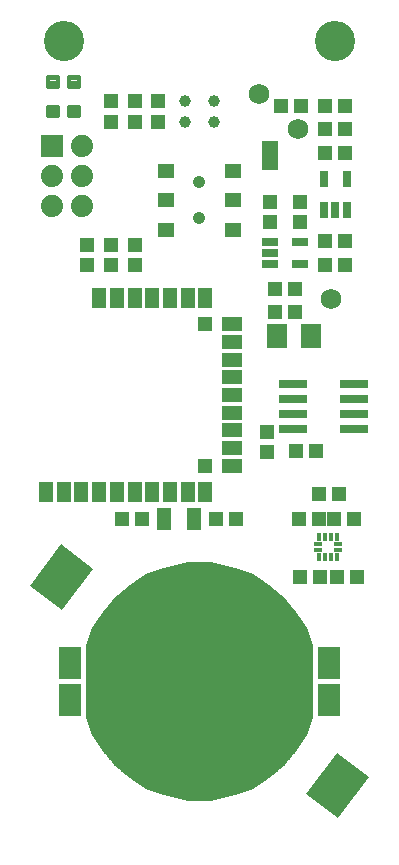
<source format=gbr>
G75*
%MOIN*%
%OFA0B0*%
%FSLAX25Y25*%
%IPPOS*%
%LPD*%
%AMOC8*
5,1,8,0,0,1.08239X$1,22.5*
%
%ADD10C,0.13398*%
%ADD11C,0.01421*%
%ADD12R,0.05131X0.04737*%
%ADD13R,0.07800X0.10800*%
%ADD14C,0.32296*%
%ADD15C,0.00500*%
%ADD16R,0.07099X0.07887*%
%ADD17R,0.04737X0.05131*%
%ADD18R,0.05524X0.02965*%
%ADD19R,0.05131X0.07493*%
%ADD20R,0.05800X0.03300*%
%ADD21R,0.04737X0.06706*%
%ADD22R,0.06706X0.04737*%
%ADD23R,0.04737X0.04737*%
%ADD24R,0.02965X0.05524*%
%ADD25C,0.03950*%
%ADD26R,0.07400X0.07400*%
%ADD27C,0.07400*%
%ADD28C,0.06800*%
%ADD29R,0.13398X0.17335*%
%ADD30R,0.09461X0.03162*%
%ADD31R,0.05328X0.04737*%
%ADD32C,0.04146*%
%ADD33R,0.01784X0.02769*%
%ADD34R,0.02769X0.01784*%
D10*
X0013780Y0261811D03*
X0104331Y0261811D03*
D11*
X0011985Y0239847D02*
X0011985Y0236531D01*
X0008669Y0236531D01*
X0008669Y0239847D01*
X0011985Y0239847D01*
X0011985Y0237951D02*
X0008669Y0237951D01*
X0008669Y0239371D02*
X0011985Y0239371D01*
X0018890Y0239847D02*
X0018890Y0236531D01*
X0015574Y0236531D01*
X0015574Y0239847D01*
X0018890Y0239847D01*
X0018890Y0237951D02*
X0015574Y0237951D01*
X0015574Y0239371D02*
X0018890Y0239371D01*
X0011985Y0249689D02*
X0011985Y0246373D01*
X0008669Y0246373D01*
X0008669Y0249689D01*
X0011985Y0249689D01*
X0011985Y0247793D02*
X0008669Y0247793D01*
X0008669Y0249213D02*
X0011985Y0249213D01*
X0018890Y0249689D02*
X0018890Y0246373D01*
X0015574Y0246373D01*
X0015574Y0249689D01*
X0018890Y0249689D01*
X0018890Y0247793D02*
X0015574Y0247793D01*
X0015574Y0249213D02*
X0018890Y0249213D01*
D12*
X0029528Y0241535D03*
X0029528Y0234843D03*
X0037402Y0241535D03*
X0037402Y0234843D03*
X0107677Y0232283D03*
X0100984Y0232283D03*
X0091142Y0125000D03*
X0097835Y0125000D03*
X0039764Y0102362D03*
X0033071Y0102362D03*
X0064567Y0102362D03*
X0071260Y0102362D03*
X0084252Y0179134D03*
X0090945Y0179134D03*
X0086220Y0240157D03*
X0092913Y0240157D03*
X0021654Y0187106D03*
X0021654Y0193799D03*
X0084252Y0171260D03*
X0090945Y0171260D03*
X0037402Y0187106D03*
X0037402Y0193799D03*
X0103937Y0102362D03*
X0110630Y0102362D03*
X0099016Y0110728D03*
X0105709Y0110728D03*
X0098819Y0102362D03*
X0092126Y0102362D03*
D13*
X0015748Y0054331D03*
X0102362Y0054331D03*
X0015748Y0042126D03*
X0102362Y0042126D03*
D14*
X0059055Y0048228D03*
D15*
X0059055Y0087598D02*
X0055118Y0087598D01*
X0047244Y0085630D01*
X0041339Y0083661D01*
X0035433Y0079724D01*
X0031102Y0076181D01*
X0027559Y0071850D01*
X0023622Y0065945D01*
X0021654Y0060039D01*
X0021654Y0048228D01*
X0059055Y0048228D01*
X0059055Y0087598D01*
X0059055Y0048356D02*
X0021654Y0048356D01*
X0021654Y0048854D02*
X0059055Y0048854D01*
X0059055Y0049353D02*
X0021654Y0049353D01*
X0021654Y0049851D02*
X0059055Y0049851D01*
X0059055Y0050350D02*
X0021654Y0050350D01*
X0021654Y0050848D02*
X0059055Y0050848D01*
X0059055Y0051347D02*
X0021654Y0051347D01*
X0021654Y0051845D02*
X0059055Y0051845D01*
X0059055Y0052344D02*
X0021654Y0052344D01*
X0021654Y0052842D02*
X0059055Y0052842D01*
X0059055Y0053341D02*
X0021654Y0053341D01*
X0021654Y0053839D02*
X0059055Y0053839D01*
X0059055Y0054338D02*
X0021654Y0054338D01*
X0021654Y0054836D02*
X0059055Y0054836D01*
X0059055Y0055335D02*
X0021654Y0055335D01*
X0021654Y0055833D02*
X0059055Y0055833D01*
X0059055Y0056332D02*
X0021654Y0056332D01*
X0021654Y0056830D02*
X0059055Y0056830D01*
X0059055Y0057329D02*
X0021654Y0057329D01*
X0021654Y0057827D02*
X0059055Y0057827D01*
X0059055Y0058326D02*
X0021654Y0058326D01*
X0021654Y0058824D02*
X0059055Y0058824D01*
X0059055Y0059323D02*
X0021654Y0059323D01*
X0021654Y0059821D02*
X0059055Y0059821D01*
X0059055Y0060320D02*
X0021747Y0060320D01*
X0021913Y0060818D02*
X0059055Y0060818D01*
X0059055Y0061317D02*
X0022079Y0061317D01*
X0022246Y0061815D02*
X0059055Y0061815D01*
X0059055Y0062314D02*
X0022412Y0062314D01*
X0022578Y0062812D02*
X0059055Y0062812D01*
X0059055Y0063311D02*
X0022744Y0063311D01*
X0022910Y0063809D02*
X0059055Y0063809D01*
X0059055Y0064308D02*
X0023076Y0064308D01*
X0023243Y0064806D02*
X0059055Y0064806D01*
X0059055Y0065305D02*
X0023409Y0065305D01*
X0023575Y0065803D02*
X0059055Y0065803D01*
X0059055Y0066302D02*
X0023860Y0066302D01*
X0024192Y0066801D02*
X0059055Y0066801D01*
X0059055Y0067299D02*
X0024525Y0067299D01*
X0024857Y0067798D02*
X0059055Y0067798D01*
X0059055Y0068296D02*
X0025189Y0068296D01*
X0025522Y0068795D02*
X0059055Y0068795D01*
X0059055Y0069293D02*
X0025854Y0069293D01*
X0026187Y0069792D02*
X0059055Y0069792D01*
X0059055Y0070290D02*
X0026519Y0070290D01*
X0026851Y0070789D02*
X0059055Y0070789D01*
X0059055Y0071287D02*
X0027184Y0071287D01*
X0027516Y0071786D02*
X0059055Y0071786D01*
X0059055Y0072284D02*
X0027914Y0072284D01*
X0028322Y0072783D02*
X0059055Y0072783D01*
X0059055Y0073281D02*
X0028730Y0073281D01*
X0029138Y0073780D02*
X0059055Y0073780D01*
X0059055Y0074278D02*
X0029545Y0074278D01*
X0029953Y0074777D02*
X0059055Y0074777D01*
X0059055Y0075275D02*
X0030361Y0075275D01*
X0030769Y0075774D02*
X0059055Y0075774D01*
X0059055Y0076272D02*
X0031214Y0076272D01*
X0031823Y0076771D02*
X0059055Y0076771D01*
X0059055Y0077269D02*
X0032432Y0077269D01*
X0033042Y0077768D02*
X0059055Y0077768D01*
X0059055Y0078266D02*
X0033651Y0078266D01*
X0034260Y0078765D02*
X0059055Y0078765D01*
X0059055Y0079263D02*
X0034870Y0079263D01*
X0035489Y0079762D02*
X0059055Y0079762D01*
X0059055Y0080260D02*
X0036237Y0080260D01*
X0036985Y0080759D02*
X0059055Y0080759D01*
X0059055Y0081257D02*
X0037732Y0081257D01*
X0038480Y0081756D02*
X0059055Y0081756D01*
X0059055Y0082254D02*
X0039228Y0082254D01*
X0039976Y0082753D02*
X0059055Y0082753D01*
X0059055Y0083251D02*
X0040724Y0083251D01*
X0041604Y0083750D02*
X0059055Y0083750D01*
X0059055Y0084248D02*
X0043100Y0084248D01*
X0044595Y0084747D02*
X0059055Y0084747D01*
X0059055Y0085245D02*
X0046091Y0085245D01*
X0047700Y0085744D02*
X0059055Y0085744D01*
X0059055Y0086242D02*
X0049694Y0086242D01*
X0051688Y0086741D02*
X0059055Y0086741D01*
X0059055Y0087239D02*
X0053682Y0087239D01*
X0059055Y0008858D02*
X0062992Y0008858D01*
X0070866Y0010827D01*
X0076772Y0012795D01*
X0082677Y0016732D01*
X0087008Y0020276D01*
X0090551Y0024606D01*
X0094488Y0030512D01*
X0096457Y0036417D01*
X0096457Y0048228D01*
X0059055Y0048228D01*
X0059055Y0008858D01*
X0059055Y0008973D02*
X0063452Y0008973D01*
X0065446Y0009472D02*
X0059055Y0009472D01*
X0059055Y0009970D02*
X0067440Y0009970D01*
X0069434Y0010469D02*
X0059055Y0010469D01*
X0059055Y0010967D02*
X0071288Y0010967D01*
X0072783Y0011466D02*
X0059055Y0011466D01*
X0059055Y0011964D02*
X0074279Y0011964D01*
X0075774Y0012463D02*
X0059055Y0012463D01*
X0059055Y0012961D02*
X0077021Y0012961D01*
X0077768Y0013460D02*
X0059055Y0013460D01*
X0059055Y0013958D02*
X0078516Y0013958D01*
X0079264Y0014457D02*
X0059055Y0014457D01*
X0059055Y0014955D02*
X0080012Y0014955D01*
X0080760Y0015454D02*
X0059055Y0015454D01*
X0059055Y0015952D02*
X0081507Y0015952D01*
X0082255Y0016451D02*
X0059055Y0016451D01*
X0059055Y0016949D02*
X0082943Y0016949D01*
X0083552Y0017448D02*
X0059055Y0017448D01*
X0059055Y0017946D02*
X0084161Y0017946D01*
X0084770Y0018445D02*
X0059055Y0018445D01*
X0059055Y0018943D02*
X0085380Y0018943D01*
X0085989Y0019442D02*
X0059055Y0019442D01*
X0059055Y0019940D02*
X0086598Y0019940D01*
X0087142Y0020439D02*
X0059055Y0020439D01*
X0059055Y0020937D02*
X0087549Y0020937D01*
X0087957Y0021436D02*
X0059055Y0021436D01*
X0059055Y0021934D02*
X0088365Y0021934D01*
X0088773Y0022433D02*
X0059055Y0022433D01*
X0059055Y0022932D02*
X0089181Y0022932D01*
X0089589Y0023430D02*
X0059055Y0023430D01*
X0059055Y0023929D02*
X0089997Y0023929D01*
X0090405Y0024427D02*
X0059055Y0024427D01*
X0059055Y0024926D02*
X0090764Y0024926D01*
X0091096Y0025424D02*
X0059055Y0025424D01*
X0059055Y0025923D02*
X0091429Y0025923D01*
X0091761Y0026421D02*
X0059055Y0026421D01*
X0059055Y0026920D02*
X0092093Y0026920D01*
X0092426Y0027418D02*
X0059055Y0027418D01*
X0059055Y0027917D02*
X0092758Y0027917D01*
X0093090Y0028415D02*
X0059055Y0028415D01*
X0059055Y0028914D02*
X0093423Y0028914D01*
X0093755Y0029412D02*
X0059055Y0029412D01*
X0059055Y0029911D02*
X0094087Y0029911D01*
X0094420Y0030409D02*
X0059055Y0030409D01*
X0059055Y0030908D02*
X0094620Y0030908D01*
X0094786Y0031406D02*
X0059055Y0031406D01*
X0059055Y0031905D02*
X0094952Y0031905D01*
X0095119Y0032403D02*
X0059055Y0032403D01*
X0059055Y0032902D02*
X0095285Y0032902D01*
X0095451Y0033400D02*
X0059055Y0033400D01*
X0059055Y0033899D02*
X0095617Y0033899D01*
X0095783Y0034397D02*
X0059055Y0034397D01*
X0059055Y0034896D02*
X0095950Y0034896D01*
X0096116Y0035394D02*
X0059055Y0035394D01*
X0059055Y0035893D02*
X0096282Y0035893D01*
X0096448Y0036391D02*
X0059055Y0036391D01*
X0059055Y0036890D02*
X0096457Y0036890D01*
X0096457Y0037388D02*
X0059055Y0037388D01*
X0059055Y0037887D02*
X0096457Y0037887D01*
X0096457Y0038385D02*
X0059055Y0038385D01*
X0059055Y0038884D02*
X0096457Y0038884D01*
X0096457Y0039382D02*
X0059055Y0039382D01*
X0059055Y0039881D02*
X0096457Y0039881D01*
X0096457Y0040379D02*
X0059055Y0040379D01*
X0059055Y0040878D02*
X0096457Y0040878D01*
X0096457Y0041376D02*
X0059055Y0041376D01*
X0059055Y0041875D02*
X0096457Y0041875D01*
X0096457Y0042373D02*
X0059055Y0042373D01*
X0059055Y0042872D02*
X0096457Y0042872D01*
X0096457Y0043370D02*
X0059055Y0043370D01*
X0059055Y0043869D02*
X0096457Y0043869D01*
X0096457Y0044368D02*
X0059055Y0044368D01*
X0059055Y0044866D02*
X0096457Y0044866D01*
X0096457Y0045365D02*
X0059055Y0045365D01*
X0059055Y0045863D02*
X0096457Y0045863D01*
X0096457Y0046362D02*
X0059055Y0046362D01*
X0059055Y0046860D02*
X0096457Y0046860D01*
X0096457Y0047359D02*
X0059055Y0047359D01*
X0059055Y0047857D02*
X0096457Y0047857D01*
X0096457Y0048228D02*
X0096457Y0060039D01*
X0094488Y0065945D01*
X0090551Y0071850D01*
X0087008Y0076181D01*
X0082677Y0079724D01*
X0076772Y0083661D01*
X0070866Y0085630D01*
X0062992Y0087598D01*
X0059055Y0087598D01*
X0059055Y0048228D01*
X0096457Y0048228D01*
X0096457Y0048356D02*
X0059055Y0048356D01*
X0059055Y0048854D02*
X0096457Y0048854D01*
X0096457Y0049353D02*
X0059055Y0049353D01*
X0059055Y0049851D02*
X0096457Y0049851D01*
X0096457Y0050350D02*
X0059055Y0050350D01*
X0059055Y0050848D02*
X0096457Y0050848D01*
X0096457Y0051347D02*
X0059055Y0051347D01*
X0059055Y0051845D02*
X0096457Y0051845D01*
X0096457Y0052344D02*
X0059055Y0052344D01*
X0059055Y0052842D02*
X0096457Y0052842D01*
X0096457Y0053341D02*
X0059055Y0053341D01*
X0059055Y0053839D02*
X0096457Y0053839D01*
X0096457Y0054338D02*
X0059055Y0054338D01*
X0059055Y0054836D02*
X0096457Y0054836D01*
X0096457Y0055335D02*
X0059055Y0055335D01*
X0059055Y0055833D02*
X0096457Y0055833D01*
X0096457Y0056332D02*
X0059055Y0056332D01*
X0059055Y0056830D02*
X0096457Y0056830D01*
X0096457Y0057329D02*
X0059055Y0057329D01*
X0059055Y0057827D02*
X0096457Y0057827D01*
X0096457Y0058326D02*
X0059055Y0058326D01*
X0059055Y0058824D02*
X0096457Y0058824D01*
X0096457Y0059323D02*
X0059055Y0059323D01*
X0059055Y0059821D02*
X0096457Y0059821D01*
X0096363Y0060320D02*
X0059055Y0060320D01*
X0059055Y0060818D02*
X0096197Y0060818D01*
X0096031Y0061317D02*
X0059055Y0061317D01*
X0059055Y0061815D02*
X0095865Y0061815D01*
X0095699Y0062314D02*
X0059055Y0062314D01*
X0059055Y0062812D02*
X0095532Y0062812D01*
X0095366Y0063311D02*
X0059055Y0063311D01*
X0059055Y0063809D02*
X0095200Y0063809D01*
X0095034Y0064308D02*
X0059055Y0064308D01*
X0059055Y0064806D02*
X0094868Y0064806D01*
X0094701Y0065305D02*
X0059055Y0065305D01*
X0059055Y0065803D02*
X0094535Y0065803D01*
X0094250Y0066302D02*
X0059055Y0066302D01*
X0059055Y0066801D02*
X0093918Y0066801D01*
X0093585Y0067299D02*
X0059055Y0067299D01*
X0059055Y0067798D02*
X0093253Y0067798D01*
X0092921Y0068296D02*
X0059055Y0068296D01*
X0059055Y0068795D02*
X0092588Y0068795D01*
X0092256Y0069293D02*
X0059055Y0069293D01*
X0059055Y0069792D02*
X0091924Y0069792D01*
X0091591Y0070290D02*
X0059055Y0070290D01*
X0059055Y0070789D02*
X0091259Y0070789D01*
X0090927Y0071287D02*
X0059055Y0071287D01*
X0059055Y0071786D02*
X0090594Y0071786D01*
X0090196Y0072284D02*
X0059055Y0072284D01*
X0059055Y0072783D02*
X0089788Y0072783D01*
X0089381Y0073281D02*
X0059055Y0073281D01*
X0059055Y0073780D02*
X0088973Y0073780D01*
X0088565Y0074278D02*
X0059055Y0074278D01*
X0059055Y0074777D02*
X0088157Y0074777D01*
X0087749Y0075275D02*
X0059055Y0075275D01*
X0059055Y0075774D02*
X0087341Y0075774D01*
X0086896Y0076272D02*
X0059055Y0076272D01*
X0059055Y0076771D02*
X0086287Y0076771D01*
X0085678Y0077269D02*
X0059055Y0077269D01*
X0059055Y0077768D02*
X0085069Y0077768D01*
X0084459Y0078266D02*
X0059055Y0078266D01*
X0059055Y0078765D02*
X0083850Y0078765D01*
X0083241Y0079263D02*
X0059055Y0079263D01*
X0059055Y0079762D02*
X0082621Y0079762D01*
X0081873Y0080260D02*
X0059055Y0080260D01*
X0059055Y0080759D02*
X0081126Y0080759D01*
X0080378Y0081257D02*
X0059055Y0081257D01*
X0059055Y0081756D02*
X0079630Y0081756D01*
X0078882Y0082254D02*
X0059055Y0082254D01*
X0059055Y0082753D02*
X0078134Y0082753D01*
X0077387Y0083251D02*
X0059055Y0083251D01*
X0059055Y0083750D02*
X0076506Y0083750D01*
X0075011Y0084248D02*
X0059055Y0084248D01*
X0059055Y0084747D02*
X0073515Y0084747D01*
X0072020Y0085245D02*
X0059055Y0085245D01*
X0059055Y0085744D02*
X0070410Y0085744D01*
X0068416Y0086242D02*
X0059055Y0086242D01*
X0059055Y0086741D02*
X0066422Y0086741D01*
X0064428Y0087239D02*
X0059055Y0087239D01*
X0021654Y0048228D02*
X0021654Y0036417D01*
X0023622Y0030512D01*
X0027559Y0024606D01*
X0031102Y0020276D01*
X0035433Y0016732D01*
X0041339Y0012795D01*
X0047244Y0010827D01*
X0055118Y0008858D01*
X0059055Y0008858D01*
X0059055Y0048228D01*
X0021654Y0048228D01*
X0054658Y0008973D02*
X0059055Y0008973D01*
X0059055Y0009472D02*
X0052664Y0009472D01*
X0050670Y0009970D02*
X0059055Y0009970D01*
X0059055Y0010469D02*
X0048676Y0010469D01*
X0046823Y0010967D02*
X0059055Y0010967D01*
X0059055Y0011466D02*
X0045327Y0011466D01*
X0043832Y0011964D02*
X0059055Y0011964D01*
X0059055Y0012463D02*
X0042336Y0012463D01*
X0041090Y0012961D02*
X0059055Y0012961D01*
X0059055Y0013460D02*
X0040342Y0013460D01*
X0039594Y0013958D02*
X0059055Y0013958D01*
X0059055Y0014457D02*
X0038846Y0014457D01*
X0038098Y0014955D02*
X0059055Y0014955D01*
X0059055Y0015454D02*
X0037351Y0015454D01*
X0036603Y0015952D02*
X0059055Y0015952D01*
X0059055Y0016451D02*
X0035855Y0016451D01*
X0035168Y0016949D02*
X0059055Y0016949D01*
X0059055Y0017448D02*
X0034558Y0017448D01*
X0033949Y0017946D02*
X0059055Y0017946D01*
X0059055Y0018445D02*
X0033340Y0018445D01*
X0032731Y0018943D02*
X0059055Y0018943D01*
X0059055Y0019442D02*
X0032121Y0019442D01*
X0031512Y0019940D02*
X0059055Y0019940D01*
X0059055Y0020439D02*
X0030969Y0020439D01*
X0030561Y0020937D02*
X0059055Y0020937D01*
X0059055Y0021436D02*
X0030153Y0021436D01*
X0029745Y0021934D02*
X0059055Y0021934D01*
X0059055Y0022433D02*
X0029337Y0022433D01*
X0028929Y0022932D02*
X0059055Y0022932D01*
X0059055Y0023430D02*
X0028521Y0023430D01*
X0028114Y0023929D02*
X0059055Y0023929D01*
X0059055Y0024427D02*
X0027706Y0024427D01*
X0027346Y0024926D02*
X0059055Y0024926D01*
X0059055Y0025424D02*
X0027014Y0025424D01*
X0026682Y0025923D02*
X0059055Y0025923D01*
X0059055Y0026421D02*
X0026349Y0026421D01*
X0026017Y0026920D02*
X0059055Y0026920D01*
X0059055Y0027418D02*
X0025684Y0027418D01*
X0025352Y0027917D02*
X0059055Y0027917D01*
X0059055Y0028415D02*
X0025020Y0028415D01*
X0024687Y0028914D02*
X0059055Y0028914D01*
X0059055Y0029412D02*
X0024355Y0029412D01*
X0024023Y0029911D02*
X0059055Y0029911D01*
X0059055Y0030409D02*
X0023690Y0030409D01*
X0023490Y0030908D02*
X0059055Y0030908D01*
X0059055Y0031406D02*
X0023324Y0031406D01*
X0023158Y0031905D02*
X0059055Y0031905D01*
X0059055Y0032403D02*
X0022992Y0032403D01*
X0022825Y0032902D02*
X0059055Y0032902D01*
X0059055Y0033400D02*
X0022659Y0033400D01*
X0022493Y0033899D02*
X0059055Y0033899D01*
X0059055Y0034397D02*
X0022327Y0034397D01*
X0022161Y0034896D02*
X0059055Y0034896D01*
X0059055Y0035394D02*
X0021995Y0035394D01*
X0021828Y0035893D02*
X0059055Y0035893D01*
X0059055Y0036391D02*
X0021662Y0036391D01*
X0021654Y0036890D02*
X0059055Y0036890D01*
X0059055Y0037388D02*
X0021654Y0037388D01*
X0021654Y0037887D02*
X0059055Y0037887D01*
X0059055Y0038385D02*
X0021654Y0038385D01*
X0021654Y0038884D02*
X0059055Y0038884D01*
X0059055Y0039382D02*
X0021654Y0039382D01*
X0021654Y0039881D02*
X0059055Y0039881D01*
X0059055Y0040379D02*
X0021654Y0040379D01*
X0021654Y0040878D02*
X0059055Y0040878D01*
X0059055Y0041376D02*
X0021654Y0041376D01*
X0021654Y0041875D02*
X0059055Y0041875D01*
X0059055Y0042373D02*
X0021654Y0042373D01*
X0021654Y0042872D02*
X0059055Y0042872D01*
X0059055Y0043370D02*
X0021654Y0043370D01*
X0021654Y0043869D02*
X0059055Y0043869D01*
X0059055Y0044368D02*
X0021654Y0044368D01*
X0021654Y0044866D02*
X0059055Y0044866D01*
X0059055Y0045365D02*
X0021654Y0045365D01*
X0021654Y0045863D02*
X0059055Y0045863D01*
X0059055Y0046362D02*
X0021654Y0046362D01*
X0021654Y0046860D02*
X0059055Y0046860D01*
X0059055Y0047359D02*
X0021654Y0047359D01*
X0021654Y0047857D02*
X0059055Y0047857D01*
D16*
X0085039Y0163386D03*
X0096063Y0163386D03*
D17*
X0082677Y0201378D03*
X0082677Y0208071D03*
X0092520Y0201378D03*
X0092520Y0208071D03*
X0100984Y0187008D03*
X0107677Y0187008D03*
X0045276Y0234843D03*
X0045276Y0241535D03*
X0100984Y0194882D03*
X0107677Y0194882D03*
X0107677Y0240157D03*
X0100984Y0240157D03*
X0107677Y0224409D03*
X0100984Y0224409D03*
X0029528Y0193799D03*
X0029528Y0187106D03*
X0081693Y0124606D03*
X0081693Y0131299D03*
X0104921Y0083169D03*
X0111614Y0083169D03*
X0099311Y0083169D03*
X0092618Y0083169D03*
D18*
X0082480Y0194685D03*
X0082480Y0190945D03*
X0082480Y0187205D03*
X0092717Y0187205D03*
X0092717Y0194685D03*
D19*
X0057087Y0102362D03*
X0047244Y0102362D03*
D20*
X0082677Y0226625D03*
X0082677Y0223425D03*
X0082677Y0220225D03*
D21*
X0007874Y0111220D03*
X0013780Y0111220D03*
X0019685Y0111220D03*
X0025591Y0111220D03*
X0031496Y0111220D03*
X0037402Y0111220D03*
X0043307Y0111220D03*
X0049213Y0111220D03*
X0055118Y0111220D03*
X0061024Y0111220D03*
X0061024Y0176181D03*
X0055118Y0176181D03*
X0049213Y0176181D03*
X0043307Y0176181D03*
X0037402Y0176181D03*
X0031496Y0176181D03*
X0025591Y0176181D03*
D22*
X0069882Y0120079D03*
X0069882Y0125984D03*
X0069882Y0131890D03*
X0069882Y0137795D03*
X0069882Y0143701D03*
X0069882Y0149606D03*
X0069882Y0155512D03*
X0069882Y0161417D03*
X0069882Y0167323D03*
D23*
X0061024Y0120079D03*
X0061024Y0167323D03*
D24*
X0100591Y0205512D03*
X0104331Y0205512D03*
X0108071Y0205512D03*
X0108071Y0215748D03*
X0100591Y0215748D03*
D25*
X0063898Y0241535D03*
X0063898Y0234843D03*
X0054213Y0241535D03*
X0054213Y0234843D03*
D26*
X0009764Y0226535D03*
D27*
X0019764Y0226535D03*
X0009764Y0216535D03*
X0019764Y0216535D03*
X0009764Y0206535D03*
X0019764Y0206535D03*
D28*
X0078740Y0244094D03*
X0092028Y0232283D03*
X0102854Y0175689D03*
D29*
G36*
X0013126Y0071986D02*
X0002427Y0080049D01*
X0012858Y0093892D01*
X0023557Y0085829D01*
X0013126Y0071986D01*
G37*
G36*
X0105252Y0002564D02*
X0094553Y0010627D01*
X0104984Y0024470D01*
X0115683Y0016407D01*
X0105252Y0002564D01*
G37*
D30*
X0110630Y0137264D03*
X0090157Y0137264D03*
X0110630Y0132264D03*
X0110630Y0142264D03*
X0110630Y0147264D03*
X0090157Y0132264D03*
X0090157Y0142264D03*
X0090157Y0147264D03*
D31*
X0070177Y0198819D03*
X0070177Y0208661D03*
X0070177Y0218504D03*
X0047933Y0198819D03*
X0047933Y0208661D03*
X0047933Y0218504D03*
D32*
X0059055Y0202756D03*
X0059055Y0214567D03*
D33*
X0098917Y0089567D03*
X0100886Y0089567D03*
X0102854Y0089567D03*
X0104823Y0089567D03*
X0104823Y0096457D03*
X0102854Y0096457D03*
X0100886Y0096457D03*
X0098917Y0096457D03*
D34*
X0105315Y0092028D03*
X0098425Y0093996D03*
X0098425Y0092028D03*
X0105315Y0093996D03*
M02*

</source>
